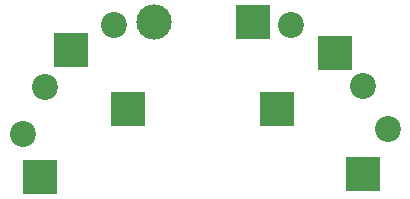
<source format=gbr>
%TF.GenerationSoftware,KiCad,Pcbnew,(6.0.4)*%
%TF.CreationDate,2023-01-17T21:54:18-05:00*%
%TF.ProjectId,Analog bridge,416e616c-6f67-4206-9272-696467652e6b,rev?*%
%TF.SameCoordinates,Original*%
%TF.FileFunction,Soldermask,Bot*%
%TF.FilePolarity,Negative*%
%FSLAX46Y46*%
G04 Gerber Fmt 4.6, Leading zero omitted, Abs format (unit mm)*
G04 Created by KiCad (PCBNEW (6.0.4)) date 2023-01-17 21:54:18*
%MOMM*%
%LPD*%
G01*
G04 APERTURE LIST*
%ADD10C,2.200000*%
%ADD11R,3.000000X3.000000*%
%ADD12O,3.000000X3.000000*%
G04 APERTURE END LIST*
D10*
%TO.C,REF\u002A\u002A*%
X10725000Y-1800000D03*
%TD*%
%TO.C,REF\u002A\u002A*%
X31800000Y-6900000D03*
%TD*%
D11*
%TO.C,REF\u002A\u002A*%
X4500000Y-14600000D03*
%TD*%
D10*
%TO.C,REF\u002A\u002A*%
X25725000Y-1800000D03*
%TD*%
D11*
%TO.C,REF\u002A\u002A*%
X29400000Y-4100000D03*
%TD*%
%TO.C,barreljack1*%
X22500000Y-1500000D03*
D12*
X14100000Y-1500000D03*
%TD*%
D10*
%TO.C,REF\u002A\u002A*%
X33900000Y-10600000D03*
%TD*%
D11*
%TO.C,BUTTON1*%
X24525000Y-8900000D03*
X11925000Y-8900000D03*
%TD*%
%TO.C,REF\u002A\u002A*%
X31800000Y-14400000D03*
%TD*%
%TO.C,REF\u002A\u002A*%
X7100000Y-3900000D03*
%TD*%
D10*
%TO.C,REF\u002A\u002A*%
X4900000Y-7000000D03*
%TD*%
%TO.C,REF\u002A\u002A*%
X3000000Y-11000000D03*
%TD*%
M02*

</source>
